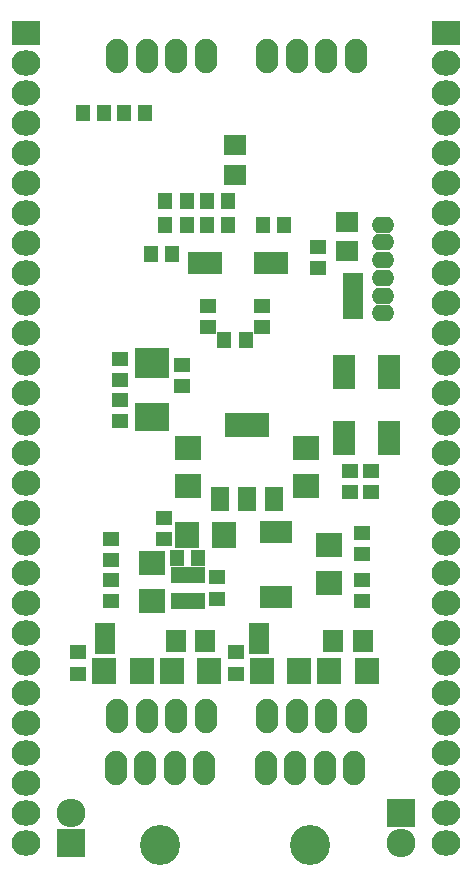
<source format=gbr>
G04 #@! TF.FileFunction,Soldermask,Top*
%FSLAX46Y46*%
G04 Gerber Fmt 4.6, Leading zero omitted, Abs format (unit mm)*
G04 Created by KiCad (PCBNEW 4.0.5) date 01/02/17 19:36:28*
%MOMM*%
%LPD*%
G01*
G04 APERTURE LIST*
%ADD10C,0.100000*%
%ADD11R,1.600000X2.100000*%
%ADD12R,3.700000X2.100000*%
%ADD13R,2.432000X2.127200*%
%ADD14O,2.432000X2.127200*%
%ADD15R,1.400000X1.200000*%
%ADD16R,1.200000X1.400000*%
%ADD17R,2.200000X2.000000*%
%ADD18R,2.000000X2.200000*%
%ADD19O,1.924000X1.400000*%
%ADD20R,3.000000X2.600000*%
%ADD21R,3.000000X2.400000*%
%ADD22O,1.900000X2.900000*%
%ADD23R,1.670000X1.365200*%
%ADD24R,2.800000X1.900000*%
%ADD25R,2.432000X2.432000*%
%ADD26O,2.432000X2.432000*%
%ADD27R,3.000000X1.900000*%
%ADD28C,3.400000*%
%ADD29R,1.900000X1.700000*%
%ADD30R,1.700000X1.900000*%
%ADD31R,1.050000X1.460000*%
%ADD32R,1.900000X3.000000*%
G04 APERTURE END LIST*
D10*
D11*
X17700000Y-40750000D03*
X20000000Y-40750000D03*
X22300000Y-40750000D03*
D12*
X20000000Y-34450000D03*
D13*
X36830000Y-1270000D03*
D14*
X36830000Y-3810000D03*
X36830000Y-6350000D03*
X36830000Y-8890000D03*
X36830000Y-11430000D03*
X36830000Y-13970000D03*
X36830000Y-16510000D03*
X36830000Y-19050000D03*
X36830000Y-21590000D03*
X36830000Y-24130000D03*
X36830000Y-26670000D03*
X36830000Y-29210000D03*
X36830000Y-31750000D03*
X36830000Y-34290000D03*
X36830000Y-36830000D03*
X36830000Y-39370000D03*
X36830000Y-41910000D03*
X36830000Y-44450000D03*
X36830000Y-46990000D03*
X36830000Y-49530000D03*
X36830000Y-52070000D03*
X36830000Y-54610000D03*
X36830000Y-57150000D03*
X36830000Y-59690000D03*
X36830000Y-62230000D03*
X36830000Y-64770000D03*
X36830000Y-67310000D03*
X36830000Y-69850000D03*
D15*
X13000000Y-42350000D03*
X13000000Y-44150000D03*
X9250000Y-30650000D03*
X9250000Y-28850000D03*
X16750000Y-24350000D03*
X16750000Y-26150000D03*
D16*
X13650000Y-20000000D03*
X11850000Y-20000000D03*
X18100000Y-27250000D03*
X19900000Y-27250000D03*
D15*
X26000000Y-21150000D03*
X26000000Y-19350000D03*
D17*
X25000000Y-39600000D03*
X25000000Y-36400000D03*
X15000000Y-36400000D03*
X15000000Y-39600000D03*
D18*
X18100000Y-43750000D03*
X14900000Y-43750000D03*
D19*
X31500000Y-25000000D03*
X31500000Y-23500000D03*
X31500000Y-22000000D03*
X31500000Y-20500000D03*
X31500000Y-19000000D03*
X31500000Y-17500000D03*
D15*
X21250000Y-24350000D03*
X21250000Y-26150000D03*
X14500000Y-29350000D03*
X14500000Y-31150000D03*
D16*
X7900000Y-8000000D03*
X6100000Y-8000000D03*
D15*
X29750000Y-47600000D03*
X29750000Y-49400000D03*
D16*
X14100000Y-45750000D03*
X15900000Y-45750000D03*
D15*
X8500000Y-45900000D03*
X8500000Y-44100000D03*
D20*
X12000000Y-29200000D03*
D21*
X12000000Y-33800000D03*
D22*
X29210000Y-3175000D03*
X26710000Y-3175000D03*
X24210000Y-3175000D03*
X21710000Y-3175000D03*
X16510000Y-3175000D03*
X14010000Y-3175000D03*
X11510000Y-3175000D03*
X9010000Y-3175000D03*
D23*
X29000000Y-22230000D03*
X29000000Y-23500000D03*
X29000000Y-24770000D03*
D15*
X9250000Y-32350000D03*
X9250000Y-34150000D03*
X5715000Y-55510000D03*
X5715000Y-53710000D03*
X19050000Y-53710000D03*
X19050000Y-55510000D03*
D17*
X27000000Y-44650000D03*
X27000000Y-47850000D03*
X12000000Y-46150000D03*
X12000000Y-49350000D03*
D15*
X17500000Y-47350000D03*
X17500000Y-49150000D03*
D16*
X11400000Y-8000000D03*
X9600000Y-8000000D03*
D15*
X29750000Y-43600000D03*
X29750000Y-45400000D03*
X8500000Y-49400000D03*
X8500000Y-47600000D03*
D23*
X21000000Y-51865000D03*
X21000000Y-53135000D03*
X8000000Y-51865000D03*
X8000000Y-53135000D03*
D24*
X22500000Y-43500000D03*
X22500000Y-49000000D03*
D22*
X16510000Y-59055000D03*
X14010000Y-59055000D03*
X11510000Y-59055000D03*
X9010000Y-59055000D03*
D25*
X33020000Y-67310000D03*
D26*
X33020000Y-69850000D03*
D22*
X29210000Y-59055000D03*
X26710000Y-59055000D03*
X24210000Y-59055000D03*
X21710000Y-59055000D03*
D25*
X5080000Y-69850000D03*
D26*
X5080000Y-67310000D03*
D16*
X21350000Y-17500000D03*
X23150000Y-17500000D03*
D27*
X22050000Y-20750000D03*
X16450000Y-20750000D03*
D13*
X1270000Y-1270000D03*
D14*
X1270000Y-3810000D03*
X1270000Y-6350000D03*
X1270000Y-8890000D03*
X1270000Y-11430000D03*
X1270000Y-13970000D03*
X1270000Y-16510000D03*
X1270000Y-19050000D03*
X1270000Y-21590000D03*
X1270000Y-24130000D03*
X1270000Y-26670000D03*
X1270000Y-29210000D03*
X1270000Y-31750000D03*
X1270000Y-34290000D03*
X1270000Y-36830000D03*
X1270000Y-39370000D03*
X1270000Y-41910000D03*
X1270000Y-44450000D03*
X1270000Y-46990000D03*
X1270000Y-49530000D03*
X1270000Y-52070000D03*
X1270000Y-54610000D03*
X1270000Y-57150000D03*
X1270000Y-59690000D03*
X1270000Y-62230000D03*
X1270000Y-64770000D03*
X1270000Y-67310000D03*
X1270000Y-69850000D03*
D22*
X8890000Y-63500000D03*
X11390000Y-63500000D03*
X13890000Y-63500000D03*
X16390000Y-63500000D03*
D28*
X12640000Y-70000000D03*
D22*
X21590000Y-63500000D03*
X24090000Y-63500000D03*
X26590000Y-63500000D03*
X29090000Y-63500000D03*
D28*
X25340000Y-70000000D03*
D18*
X7925000Y-55245000D03*
X11125000Y-55245000D03*
X21260000Y-55245000D03*
X24460000Y-55245000D03*
D29*
X19000000Y-10750000D03*
X19000000Y-13250000D03*
X28500000Y-17250000D03*
X28500000Y-19750000D03*
D30*
X13990000Y-52705000D03*
X16490000Y-52705000D03*
X27325000Y-52705000D03*
X29825000Y-52705000D03*
D18*
X16840000Y-55245000D03*
X13640000Y-55245000D03*
X30175000Y-55245000D03*
X26975000Y-55245000D03*
D31*
X15950000Y-47150000D03*
X15000000Y-47150000D03*
X14050000Y-47150000D03*
X14050000Y-49350000D03*
X15950000Y-49350000D03*
X15000000Y-49350000D03*
D15*
X28750000Y-40150000D03*
X28750000Y-38350000D03*
X30500000Y-40150000D03*
X30500000Y-38350000D03*
D32*
X28250000Y-29950000D03*
X28250000Y-35550000D03*
X32000000Y-29950000D03*
X32000000Y-35550000D03*
D16*
X18400000Y-17500000D03*
X16600000Y-17500000D03*
X18400000Y-15500000D03*
X16600000Y-15500000D03*
X14900000Y-17500000D03*
X13100000Y-17500000D03*
X14900000Y-15500000D03*
X13100000Y-15500000D03*
M02*

</source>
